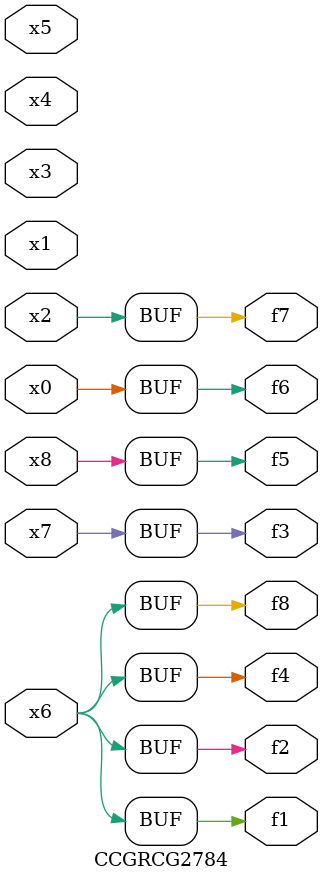
<source format=v>
module CCGRCG2784(
	input x0, x1, x2, x3, x4, x5, x6, x7, x8,
	output f1, f2, f3, f4, f5, f6, f7, f8
);
	assign f1 = x6;
	assign f2 = x6;
	assign f3 = x7;
	assign f4 = x6;
	assign f5 = x8;
	assign f6 = x0;
	assign f7 = x2;
	assign f8 = x6;
endmodule

</source>
